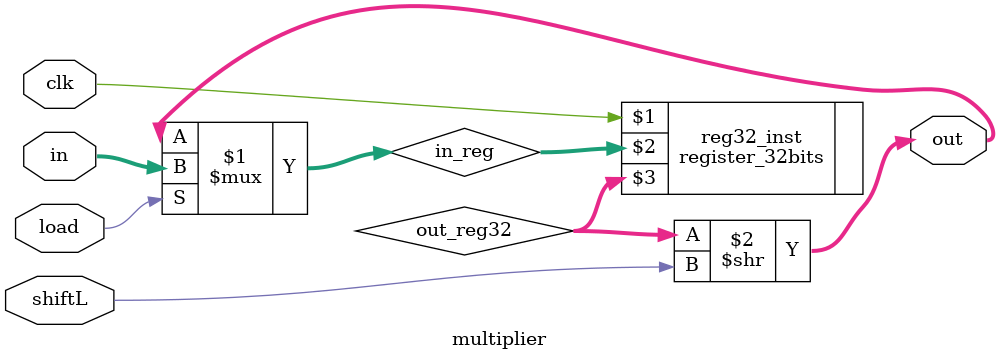
<source format=v>
module multiplier(clk, load, in, shiftL, out);
    input [31:0] in;
	 output [31:0] out;
	 input shiftL;
	 input clk;
	 input load;
	 
	 wire [31:0] in;
	 wire [31:0] in_reg;
	 wire [31:0] out;
	 wire [31:0] out_reg32;
	 wire load;
	 
  assign in_reg = (load) ? in : out;  
  register_32bits reg32_inst (clk, in_reg, out_reg32);
  assign  out = out_reg32 >> shiftL; 
  endmodule
  
</source>
